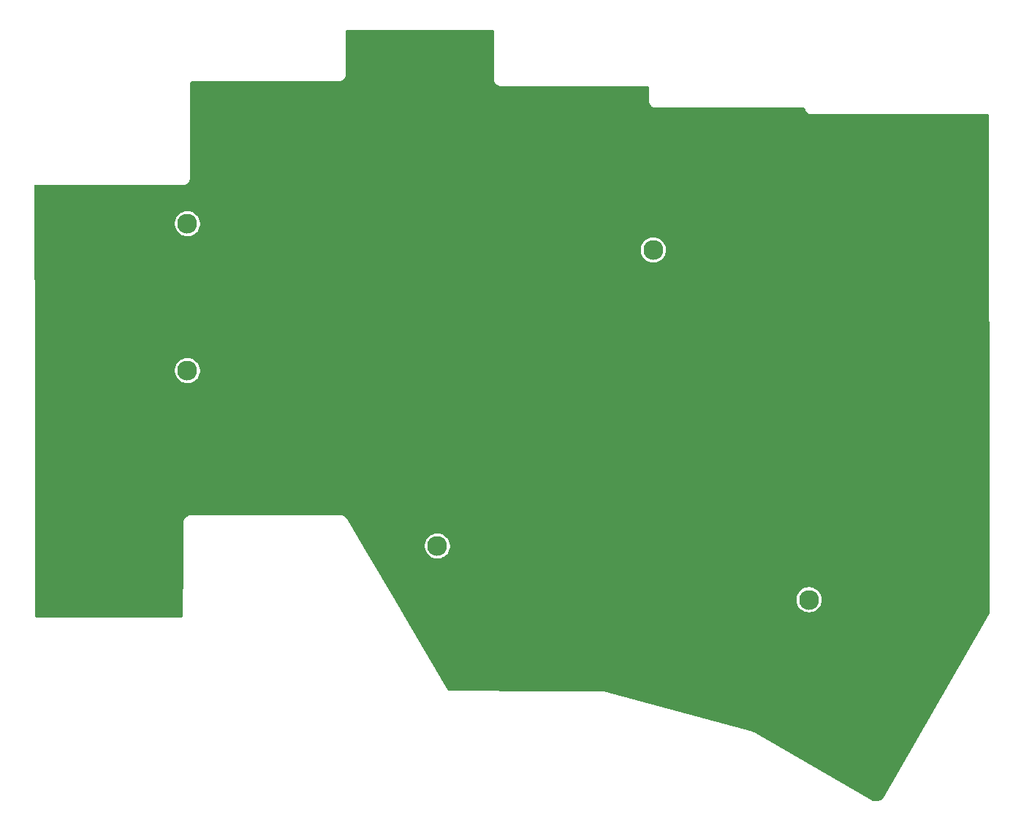
<source format=gtl>
G04 #@! TF.GenerationSoftware,KiCad,Pcbnew,(6.0.10)*
G04 #@! TF.CreationDate,2023-01-07T19:04:59+01:00*
G04 #@! TF.ProjectId,chocofi-bottomplate,63686f63-6f66-4692-9d62-6f74746f6d70,2.1*
G04 #@! TF.SameCoordinates,Original*
G04 #@! TF.FileFunction,Copper,L1,Top*
G04 #@! TF.FilePolarity,Positive*
%FSLAX46Y46*%
G04 Gerber Fmt 4.6, Leading zero omitted, Abs format (unit mm)*
G04 Created by KiCad (PCBNEW (6.0.10)) date 2023-01-07 19:04:59*
%MOMM*%
%LPD*%
G01*
G04 APERTURE LIST*
G04 #@! TA.AperFunction,ComponentPad*
%ADD10C,2.300000*%
G04 #@! TD*
G04 APERTURE END LIST*
D10*
X148971000Y-69850000D03*
X95000000Y-66802000D03*
X95000000Y-83820000D03*
X123952000Y-104140000D03*
X167005000Y-110363000D03*
G04 #@! TA.AperFunction,NonConductor*
G36*
X130294730Y-44338644D02*
G01*
X130299143Y-44339422D01*
X130299146Y-44339422D01*
X130310000Y-44341336D01*
X130319749Y-44339617D01*
X130336977Y-44340973D01*
X130351936Y-44343342D01*
X130389430Y-44355524D01*
X130409484Y-44365742D01*
X130441376Y-44388914D01*
X130457286Y-44404824D01*
X130480458Y-44436716D01*
X130490676Y-44456770D01*
X130502858Y-44494264D01*
X130505227Y-44509223D01*
X130506583Y-44526451D01*
X130504864Y-44536200D01*
X130506778Y-44547055D01*
X130507586Y-44551637D01*
X130509500Y-44573517D01*
X130509500Y-50016083D01*
X130507586Y-50037963D01*
X130504864Y-50053400D01*
X130506593Y-50063203D01*
X130506779Y-50065091D01*
X130506779Y-50065910D01*
X130507065Y-50067993D01*
X130521083Y-50210325D01*
X130522878Y-50216243D01*
X130522879Y-50216247D01*
X130565059Y-50355297D01*
X130566856Y-50361220D01*
X130569773Y-50366678D01*
X130569775Y-50366682D01*
X130611724Y-50445162D01*
X130641188Y-50500286D01*
X130741222Y-50622178D01*
X130863114Y-50722212D01*
X130868577Y-50725132D01*
X130996718Y-50793625D01*
X130996722Y-50793627D01*
X131002180Y-50796544D01*
X131008100Y-50798340D01*
X131008103Y-50798341D01*
X131147151Y-50840520D01*
X131153075Y-50842317D01*
X131241157Y-50850993D01*
X131247429Y-50852062D01*
X131250346Y-50853228D01*
X131256639Y-50853851D01*
X131259722Y-50853854D01*
X131259723Y-50853854D01*
X131260966Y-50853855D01*
X131264189Y-50853858D01*
X131276412Y-50854465D01*
X131295398Y-50856334D01*
X131297488Y-50856621D01*
X131298309Y-50856621D01*
X131300197Y-50856807D01*
X131310000Y-50858536D01*
X131320854Y-50856622D01*
X131320859Y-50856622D01*
X131325241Y-50855849D01*
X131347237Y-50853934D01*
X142995453Y-50864648D01*
X148255805Y-50869486D01*
X148277569Y-50871400D01*
X148282344Y-50872242D01*
X148282346Y-50872242D01*
X148293200Y-50874156D01*
X148302948Y-50872437D01*
X148320176Y-50873793D01*
X148335133Y-50876162D01*
X148372627Y-50888345D01*
X148392676Y-50898561D01*
X148424566Y-50921732D01*
X148440471Y-50937637D01*
X148463644Y-50969531D01*
X148473858Y-50989578D01*
X148486040Y-51027077D01*
X148488428Y-51042161D01*
X148489776Y-51059300D01*
X148488064Y-51069008D01*
X148489977Y-51079860D01*
X148489977Y-51079861D01*
X148490787Y-51084454D01*
X148492700Y-51106329D01*
X148492700Y-52531711D01*
X148490787Y-52553585D01*
X148488064Y-52569032D01*
X148489748Y-52578578D01*
X148489979Y-52580922D01*
X148489979Y-52581615D01*
X148490220Y-52583367D01*
X148504269Y-52725957D01*
X148506066Y-52731881D01*
X148506067Y-52731885D01*
X148513649Y-52756875D01*
X148550047Y-52876850D01*
X148552964Y-52882307D01*
X148621466Y-53010458D01*
X148621469Y-53010462D01*
X148624383Y-53015914D01*
X148628309Y-53020698D01*
X148628310Y-53020699D01*
X148698108Y-53105743D01*
X148724420Y-53137803D01*
X148846313Y-53237835D01*
X148985380Y-53312165D01*
X149067862Y-53337185D01*
X149130353Y-53356142D01*
X149130357Y-53356143D01*
X149136275Y-53357938D01*
X149142438Y-53358545D01*
X149224617Y-53366639D01*
X149230959Y-53367715D01*
X149234068Y-53368952D01*
X149240362Y-53369564D01*
X149243436Y-53369562D01*
X149243445Y-53369562D01*
X149247970Y-53369558D01*
X149260400Y-53370163D01*
X149278625Y-53371958D01*
X149280700Y-53372243D01*
X149281519Y-53372243D01*
X149283398Y-53372428D01*
X149293200Y-53374156D01*
X149308808Y-53371404D01*
X149330583Y-53369490D01*
X151229578Y-53367930D01*
X166323256Y-53355531D01*
X166345235Y-53357445D01*
X166360499Y-53360136D01*
X166369416Y-53358564D01*
X166386895Y-53360063D01*
X166406014Y-53363368D01*
X166446452Y-53377781D01*
X166467704Y-53389768D01*
X166500957Y-53416921D01*
X166516955Y-53435352D01*
X166539158Y-53472082D01*
X166546217Y-53490145D01*
X166551185Y-53506981D01*
X166551427Y-53516035D01*
X166555397Y-53526096D01*
X166555687Y-53527947D01*
X166556293Y-53529719D01*
X166557473Y-53540469D01*
X166562351Y-53550357D01*
X166562513Y-53550911D01*
X166565744Y-53558204D01*
X166610657Y-53672049D01*
X166612783Y-53677437D01*
X166691137Y-53802522D01*
X166791038Y-53911175D01*
X166795672Y-53914651D01*
X166795675Y-53914653D01*
X166850091Y-53955462D01*
X166909120Y-53999732D01*
X167041401Y-54065210D01*
X167183423Y-54105401D01*
X167228253Y-54109534D01*
X167260937Y-54112547D01*
X167268235Y-54113763D01*
X167271170Y-54114932D01*
X167277463Y-54115546D01*
X167286590Y-54115541D01*
X167287559Y-54115541D01*
X167299182Y-54116073D01*
X167310881Y-54117151D01*
X167319024Y-54118242D01*
X167319544Y-54118242D01*
X167330400Y-54120156D01*
X167341255Y-54118242D01*
X167341260Y-54118242D01*
X167345945Y-54117416D01*
X167367759Y-54115502D01*
X177121055Y-54110685D01*
X187582731Y-54105518D01*
X187604669Y-54107433D01*
X187609145Y-54108222D01*
X187620000Y-54110136D01*
X187629749Y-54108417D01*
X187646977Y-54109773D01*
X187661936Y-54112142D01*
X187699430Y-54124324D01*
X187719484Y-54134542D01*
X187751376Y-54157714D01*
X187767286Y-54173624D01*
X187790458Y-54205516D01*
X187800676Y-54225570D01*
X187812858Y-54263064D01*
X187815227Y-54278023D01*
X187816583Y-54295251D01*
X187814864Y-54305000D01*
X187816778Y-54315854D01*
X187816778Y-54315856D01*
X187817646Y-54320778D01*
X187819561Y-54342454D01*
X187896328Y-101472228D01*
X187913314Y-111900220D01*
X187896539Y-111963241D01*
X187256640Y-113075883D01*
X175555525Y-133421494D01*
X175516954Y-133463003D01*
X175411596Y-133534356D01*
X175394438Y-133544109D01*
X175301102Y-133587873D01*
X175218681Y-133626518D01*
X175200205Y-133633473D01*
X175013731Y-133687419D01*
X174994397Y-133691402D01*
X174881295Y-133705588D01*
X174801789Y-133715560D01*
X174782077Y-133716475D01*
X174588054Y-133710252D01*
X174568438Y-133708076D01*
X174418291Y-133679370D01*
X174378943Y-133664726D01*
X174153180Y-133534356D01*
X160650332Y-125736973D01*
X160637504Y-125728480D01*
X160620496Y-125715661D01*
X160620491Y-125715658D01*
X160613391Y-125710307D01*
X160607482Y-125708056D01*
X160571853Y-125698339D01*
X160563037Y-125695584D01*
X160535490Y-125685853D01*
X160535486Y-125685852D01*
X160524521Y-125681979D01*
X160514636Y-125682263D01*
X160506613Y-125680546D01*
X143257347Y-120976201D01*
X143243687Y-120971622D01*
X143222351Y-120963084D01*
X143222352Y-120963084D01*
X143214095Y-120959780D01*
X143207803Y-120959156D01*
X143191929Y-120959139D01*
X143172464Y-120959118D01*
X143162277Y-120958695D01*
X143123268Y-120955484D01*
X143112893Y-120958537D01*
X143102835Y-120959045D01*
X136881724Y-120952471D01*
X125411803Y-120940351D01*
X125390059Y-120938436D01*
X125385256Y-120937589D01*
X125385255Y-120937589D01*
X125374400Y-120935675D01*
X125363545Y-120937589D01*
X125359348Y-120937589D01*
X125344288Y-120936686D01*
X125332616Y-120935281D01*
X125303356Y-120928131D01*
X125291708Y-120923754D01*
X125234976Y-120881069D01*
X125227592Y-120869974D01*
X120615803Y-113076500D01*
X119070168Y-110464529D01*
X165553074Y-110464529D01*
X165589153Y-110700302D01*
X165663255Y-110927018D01*
X165773390Y-111138586D01*
X165776493Y-111142719D01*
X165776495Y-111142722D01*
X165913497Y-111325190D01*
X165916602Y-111329325D01*
X166089042Y-111494113D01*
X166286082Y-111628525D01*
X166394255Y-111678737D01*
X166497733Y-111726770D01*
X166497736Y-111726771D01*
X166502428Y-111728949D01*
X166732272Y-111792691D01*
X166737409Y-111793240D01*
X166923651Y-111813144D01*
X166923659Y-111813144D01*
X166926986Y-111813500D01*
X167065463Y-111813500D01*
X167068036Y-111813288D01*
X167068047Y-111813288D01*
X167237565Y-111799351D01*
X167237571Y-111799350D01*
X167242716Y-111798927D01*
X167358382Y-111769874D01*
X167469037Y-111742080D01*
X167469041Y-111742079D01*
X167474048Y-111740821D01*
X167478781Y-111738763D01*
X167478784Y-111738762D01*
X167688047Y-111647772D01*
X167688050Y-111647770D01*
X167692784Y-111645712D01*
X167893049Y-111516155D01*
X167914070Y-111497028D01*
X168065642Y-111359107D01*
X168065643Y-111359105D01*
X168069464Y-111355629D01*
X168072663Y-111351578D01*
X168072667Y-111351574D01*
X168214091Y-111172500D01*
X168214093Y-111172496D01*
X168217293Y-111168445D01*
X168332564Y-110959631D01*
X168345855Y-110922100D01*
X168410459Y-110739663D01*
X168410460Y-110739661D01*
X168412183Y-110734794D01*
X168454012Y-110499972D01*
X168456926Y-110261471D01*
X168420847Y-110025698D01*
X168346745Y-109798982D01*
X168236610Y-109587414D01*
X168211147Y-109553500D01*
X168096503Y-109400810D01*
X168096501Y-109400808D01*
X168093398Y-109396675D01*
X167920958Y-109231887D01*
X167723918Y-109097475D01*
X167615745Y-109047263D01*
X167512267Y-108999230D01*
X167512264Y-108999229D01*
X167507572Y-108997051D01*
X167277728Y-108933309D01*
X167272591Y-108932760D01*
X167086349Y-108912856D01*
X167086341Y-108912856D01*
X167083014Y-108912500D01*
X166944537Y-108912500D01*
X166941964Y-108912712D01*
X166941953Y-108912712D01*
X166772435Y-108926649D01*
X166772429Y-108926650D01*
X166767284Y-108927073D01*
X166651618Y-108956126D01*
X166540963Y-108983920D01*
X166540959Y-108983921D01*
X166535952Y-108985179D01*
X166531219Y-108987237D01*
X166531216Y-108987238D01*
X166321953Y-109078228D01*
X166321950Y-109078230D01*
X166317216Y-109080288D01*
X166116951Y-109209845D01*
X166113128Y-109213324D01*
X166113125Y-109213326D01*
X165944358Y-109366893D01*
X165940536Y-109370371D01*
X165937337Y-109374422D01*
X165937333Y-109374426D01*
X165795909Y-109553500D01*
X165792707Y-109557555D01*
X165677436Y-109766369D01*
X165675712Y-109771238D01*
X165675710Y-109771242D01*
X165599541Y-109986337D01*
X165597817Y-109991206D01*
X165555988Y-110226028D01*
X165553074Y-110464529D01*
X119070168Y-110464529D01*
X116141734Y-105515762D01*
X115387707Y-104241529D01*
X122500074Y-104241529D01*
X122536153Y-104477302D01*
X122610255Y-104704018D01*
X122720390Y-104915586D01*
X122723493Y-104919719D01*
X122723495Y-104919722D01*
X122860497Y-105102190D01*
X122863602Y-105106325D01*
X123036042Y-105271113D01*
X123233082Y-105405525D01*
X123341255Y-105455737D01*
X123444733Y-105503770D01*
X123444736Y-105503771D01*
X123449428Y-105505949D01*
X123679272Y-105569691D01*
X123684409Y-105570240D01*
X123870651Y-105590144D01*
X123870659Y-105590144D01*
X123873986Y-105590500D01*
X124012463Y-105590500D01*
X124015036Y-105590288D01*
X124015047Y-105590288D01*
X124184565Y-105576351D01*
X124184571Y-105576350D01*
X124189716Y-105575927D01*
X124305382Y-105546874D01*
X124416037Y-105519080D01*
X124416041Y-105519079D01*
X124421048Y-105517821D01*
X124425781Y-105515763D01*
X124425784Y-105515762D01*
X124635047Y-105424772D01*
X124635050Y-105424770D01*
X124639784Y-105422712D01*
X124840049Y-105293155D01*
X124861070Y-105274028D01*
X125012642Y-105136107D01*
X125012643Y-105136105D01*
X125016464Y-105132629D01*
X125019663Y-105128578D01*
X125019667Y-105128574D01*
X125161091Y-104949500D01*
X125161093Y-104949496D01*
X125164293Y-104945445D01*
X125279564Y-104736631D01*
X125292855Y-104699100D01*
X125357459Y-104516663D01*
X125357460Y-104516661D01*
X125359183Y-104511794D01*
X125401012Y-104276972D01*
X125403926Y-104038471D01*
X125367847Y-103802698D01*
X125293745Y-103575982D01*
X125183610Y-103364414D01*
X125158147Y-103330500D01*
X125043503Y-103177810D01*
X125043501Y-103177808D01*
X125040398Y-103173675D01*
X124867958Y-103008887D01*
X124670918Y-102874475D01*
X124562745Y-102824263D01*
X124459267Y-102776230D01*
X124459264Y-102776229D01*
X124454572Y-102774051D01*
X124224728Y-102710309D01*
X124219591Y-102709760D01*
X124033349Y-102689856D01*
X124033341Y-102689856D01*
X124030014Y-102689500D01*
X123891537Y-102689500D01*
X123888964Y-102689712D01*
X123888953Y-102689712D01*
X123719435Y-102703649D01*
X123719429Y-102703650D01*
X123714284Y-102704073D01*
X123598618Y-102733126D01*
X123487963Y-102760920D01*
X123487959Y-102760921D01*
X123482952Y-102762179D01*
X123478219Y-102764237D01*
X123478216Y-102764238D01*
X123268953Y-102855228D01*
X123268950Y-102855230D01*
X123264216Y-102857288D01*
X123063951Y-102986845D01*
X123060128Y-102990324D01*
X123060125Y-102990326D01*
X122891358Y-103143893D01*
X122887536Y-103147371D01*
X122884337Y-103151422D01*
X122884333Y-103151426D01*
X122742909Y-103330500D01*
X122739707Y-103334555D01*
X122624436Y-103543369D01*
X122622712Y-103548238D01*
X122622710Y-103548242D01*
X122546541Y-103763337D01*
X122544817Y-103768206D01*
X122502988Y-104003028D01*
X122500074Y-104241529D01*
X115387707Y-104241529D01*
X113578078Y-101183433D01*
X113574878Y-101177293D01*
X113572643Y-101168617D01*
X113566412Y-101159531D01*
X113565622Y-101157793D01*
X113563233Y-101153938D01*
X113491404Y-101025029D01*
X113488899Y-101020533D01*
X113383072Y-100887450D01*
X113256999Y-100773362D01*
X113114041Y-100681310D01*
X112958009Y-100613747D01*
X112811791Y-100577162D01*
X112798059Y-100573726D01*
X112798058Y-100573726D01*
X112793063Y-100572476D01*
X112787931Y-100572056D01*
X112787927Y-100572055D01*
X112748254Y-100568806D01*
X112689158Y-100563965D01*
X112683809Y-100563101D01*
X112682978Y-100562769D01*
X112676685Y-100562152D01*
X112672172Y-100562152D01*
X112661888Y-100561731D01*
X112640865Y-100560009D01*
X112636369Y-100559430D01*
X112634455Y-100559430D01*
X112623600Y-100557516D01*
X112612745Y-100559430D01*
X112608163Y-100560238D01*
X112586283Y-100562152D01*
X95490517Y-100562152D01*
X95468637Y-100560238D01*
X95467338Y-100560009D01*
X95453200Y-100557516D01*
X95449603Y-100558150D01*
X95437141Y-100559377D01*
X95437140Y-100559377D01*
X95362443Y-100566734D01*
X95274798Y-100575366D01*
X95164693Y-100608764D01*
X95141526Y-100615792D01*
X95103251Y-100627402D01*
X94945151Y-100711903D01*
X94806573Y-100825623D01*
X94692843Y-100964191D01*
X94689929Y-100969642D01*
X94689927Y-100969645D01*
X94660320Y-101025029D01*
X94608329Y-101122285D01*
X94556280Y-101293827D01*
X94546161Y-101396502D01*
X94545203Y-101406218D01*
X94544551Y-101409988D01*
X94544047Y-101411232D01*
X94543395Y-101417522D01*
X94543378Y-101420602D01*
X94543210Y-101423683D01*
X94543150Y-101423680D01*
X94542782Y-101430776D01*
X94538990Y-101469248D01*
X94538464Y-101472228D01*
X94540984Y-101486522D01*
X94542894Y-101509077D01*
X94508808Y-107730238D01*
X94492618Y-110685064D01*
X94492520Y-110688677D01*
X94492300Y-110690915D01*
X94492300Y-110742781D01*
X94492298Y-110743471D01*
X94492151Y-110770301D01*
X94492290Y-110771070D01*
X94492300Y-110771304D01*
X94492300Y-112078283D01*
X94490386Y-112100163D01*
X94487664Y-112115600D01*
X94489578Y-112126456D01*
X94489578Y-112128018D01*
X94488500Y-112144464D01*
X94482202Y-112192302D01*
X94473689Y-112224075D01*
X94450431Y-112280224D01*
X94433984Y-112308709D01*
X94396985Y-112356927D01*
X94373727Y-112380185D01*
X94325509Y-112417184D01*
X94297024Y-112433631D01*
X94268950Y-112445260D01*
X94240874Y-112456889D01*
X94209102Y-112465402D01*
X94183898Y-112468720D01*
X94161262Y-112471700D01*
X94144818Y-112472778D01*
X94143256Y-112472778D01*
X94132400Y-112470864D01*
X94117349Y-112473518D01*
X94116963Y-112473586D01*
X94095083Y-112475500D01*
X77710517Y-112475500D01*
X77688637Y-112473586D01*
X77688252Y-112473518D01*
X77673200Y-112470864D01*
X77662344Y-112472778D01*
X77660782Y-112472778D01*
X77644338Y-112471700D01*
X77621702Y-112468720D01*
X77596498Y-112465402D01*
X77564726Y-112456889D01*
X77536650Y-112445260D01*
X77508576Y-112433631D01*
X77480091Y-112417184D01*
X77431873Y-112380185D01*
X77408615Y-112356927D01*
X77371616Y-112308709D01*
X77355169Y-112280224D01*
X77331911Y-112224075D01*
X77323398Y-112192302D01*
X77317100Y-112144464D01*
X77316022Y-112128018D01*
X77316022Y-112126456D01*
X77317936Y-112115600D01*
X77315214Y-112100163D01*
X77313300Y-112078283D01*
X77313300Y-83921529D01*
X93548074Y-83921529D01*
X93584153Y-84157302D01*
X93658255Y-84384018D01*
X93768390Y-84595586D01*
X93771493Y-84599719D01*
X93771495Y-84599722D01*
X93908497Y-84782190D01*
X93911602Y-84786325D01*
X94084042Y-84951113D01*
X94281082Y-85085525D01*
X94389255Y-85135737D01*
X94492733Y-85183770D01*
X94492736Y-85183771D01*
X94497428Y-85185949D01*
X94727272Y-85249691D01*
X94732409Y-85250240D01*
X94918651Y-85270144D01*
X94918659Y-85270144D01*
X94921986Y-85270500D01*
X95060463Y-85270500D01*
X95063036Y-85270288D01*
X95063047Y-85270288D01*
X95232565Y-85256351D01*
X95232571Y-85256350D01*
X95237716Y-85255927D01*
X95353382Y-85226874D01*
X95464037Y-85199080D01*
X95464041Y-85199079D01*
X95469048Y-85197821D01*
X95473781Y-85195763D01*
X95473784Y-85195762D01*
X95683047Y-85104772D01*
X95683050Y-85104770D01*
X95687784Y-85102712D01*
X95888049Y-84973155D01*
X95909070Y-84954028D01*
X96060642Y-84816107D01*
X96060643Y-84816105D01*
X96064464Y-84812629D01*
X96067663Y-84808578D01*
X96067667Y-84808574D01*
X96209091Y-84629500D01*
X96209093Y-84629496D01*
X96212293Y-84625445D01*
X96327564Y-84416631D01*
X96340855Y-84379100D01*
X96405459Y-84196663D01*
X96405460Y-84196661D01*
X96407183Y-84191794D01*
X96449012Y-83956972D01*
X96451926Y-83718471D01*
X96415847Y-83482698D01*
X96341745Y-83255982D01*
X96231610Y-83044414D01*
X96206147Y-83010500D01*
X96091503Y-82857810D01*
X96091501Y-82857808D01*
X96088398Y-82853675D01*
X95915958Y-82688887D01*
X95718918Y-82554475D01*
X95610745Y-82504263D01*
X95507267Y-82456230D01*
X95507264Y-82456229D01*
X95502572Y-82454051D01*
X95272728Y-82390309D01*
X95267591Y-82389760D01*
X95081349Y-82369856D01*
X95081341Y-82369856D01*
X95078014Y-82369500D01*
X94939537Y-82369500D01*
X94936964Y-82369712D01*
X94936953Y-82369712D01*
X94767435Y-82383649D01*
X94767429Y-82383650D01*
X94762284Y-82384073D01*
X94646618Y-82413126D01*
X94535963Y-82440920D01*
X94535959Y-82440921D01*
X94530952Y-82442179D01*
X94526219Y-82444237D01*
X94526216Y-82444238D01*
X94316953Y-82535228D01*
X94316950Y-82535230D01*
X94312216Y-82537288D01*
X94111951Y-82666845D01*
X94108128Y-82670324D01*
X94108125Y-82670326D01*
X93939358Y-82823893D01*
X93935536Y-82827371D01*
X93932337Y-82831422D01*
X93932333Y-82831426D01*
X93790909Y-83010500D01*
X93787707Y-83014555D01*
X93672436Y-83223369D01*
X93670712Y-83228238D01*
X93670710Y-83228242D01*
X93594541Y-83443337D01*
X93592817Y-83448206D01*
X93550988Y-83683028D01*
X93548074Y-83921529D01*
X77313300Y-83921529D01*
X77313300Y-76763669D01*
X77313350Y-76761466D01*
X77313487Y-76760015D01*
X77313300Y-76707468D01*
X77313300Y-76680052D01*
X77313208Y-76679556D01*
X77313201Y-76679408D01*
X77289258Y-69951529D01*
X147519074Y-69951529D01*
X147555153Y-70187302D01*
X147629255Y-70414018D01*
X147739390Y-70625586D01*
X147742493Y-70629719D01*
X147742495Y-70629722D01*
X147879497Y-70812190D01*
X147882602Y-70816325D01*
X148055042Y-70981113D01*
X148252082Y-71115525D01*
X148360255Y-71165737D01*
X148463733Y-71213770D01*
X148463736Y-71213771D01*
X148468428Y-71215949D01*
X148698272Y-71279691D01*
X148703409Y-71280240D01*
X148889651Y-71300144D01*
X148889659Y-71300144D01*
X148892986Y-71300500D01*
X149031463Y-71300500D01*
X149034036Y-71300288D01*
X149034047Y-71300288D01*
X149203565Y-71286351D01*
X149203571Y-71286350D01*
X149208716Y-71285927D01*
X149324382Y-71256874D01*
X149435037Y-71229080D01*
X149435041Y-71229079D01*
X149440048Y-71227821D01*
X149444781Y-71225763D01*
X149444784Y-71225762D01*
X149654047Y-71134772D01*
X149654050Y-71134770D01*
X149658784Y-71132712D01*
X149859049Y-71003155D01*
X149880070Y-70984028D01*
X150031642Y-70846107D01*
X150031643Y-70846105D01*
X150035464Y-70842629D01*
X150038663Y-70838578D01*
X150038667Y-70838574D01*
X150180091Y-70659500D01*
X150180093Y-70659496D01*
X150183293Y-70655445D01*
X150298564Y-70446631D01*
X150311855Y-70409100D01*
X150376459Y-70226663D01*
X150376460Y-70226661D01*
X150378183Y-70221794D01*
X150420012Y-69986972D01*
X150422926Y-69748471D01*
X150386847Y-69512698D01*
X150312745Y-69285982D01*
X150202610Y-69074414D01*
X150177147Y-69040500D01*
X150062503Y-68887810D01*
X150062501Y-68887808D01*
X150059398Y-68883675D01*
X149886958Y-68718887D01*
X149689918Y-68584475D01*
X149581745Y-68534263D01*
X149478267Y-68486230D01*
X149478264Y-68486229D01*
X149473572Y-68484051D01*
X149243728Y-68420309D01*
X149238591Y-68419760D01*
X149052349Y-68399856D01*
X149052341Y-68399856D01*
X149049014Y-68399500D01*
X148910537Y-68399500D01*
X148907964Y-68399712D01*
X148907953Y-68399712D01*
X148738435Y-68413649D01*
X148738429Y-68413650D01*
X148733284Y-68414073D01*
X148617618Y-68443126D01*
X148506963Y-68470920D01*
X148506959Y-68470921D01*
X148501952Y-68472179D01*
X148497219Y-68474237D01*
X148497216Y-68474238D01*
X148287953Y-68565228D01*
X148287950Y-68565230D01*
X148283216Y-68567288D01*
X148082951Y-68696845D01*
X148079128Y-68700324D01*
X148079125Y-68700326D01*
X147910358Y-68853893D01*
X147906536Y-68857371D01*
X147903337Y-68861422D01*
X147903333Y-68861426D01*
X147761909Y-69040500D01*
X147758707Y-69044555D01*
X147643436Y-69253369D01*
X147641712Y-69258238D01*
X147641710Y-69258242D01*
X147565541Y-69473337D01*
X147563817Y-69478206D01*
X147521988Y-69713028D01*
X147519074Y-69951529D01*
X77289258Y-69951529D01*
X77278411Y-66903529D01*
X93548074Y-66903529D01*
X93584153Y-67139302D01*
X93658255Y-67366018D01*
X93768390Y-67577586D01*
X93771493Y-67581719D01*
X93771495Y-67581722D01*
X93908497Y-67764190D01*
X93911602Y-67768325D01*
X94084042Y-67933113D01*
X94281082Y-68067525D01*
X94389255Y-68117737D01*
X94492733Y-68165770D01*
X94492736Y-68165771D01*
X94497428Y-68167949D01*
X94727272Y-68231691D01*
X94732409Y-68232240D01*
X94918651Y-68252144D01*
X94918659Y-68252144D01*
X94921986Y-68252500D01*
X95060463Y-68252500D01*
X95063036Y-68252288D01*
X95063047Y-68252288D01*
X95232565Y-68238351D01*
X95232571Y-68238350D01*
X95237716Y-68237927D01*
X95353382Y-68208874D01*
X95464037Y-68181080D01*
X95464041Y-68181079D01*
X95469048Y-68179821D01*
X95473781Y-68177763D01*
X95473784Y-68177762D01*
X95683047Y-68086772D01*
X95683050Y-68086770D01*
X95687784Y-68084712D01*
X95888049Y-67955155D01*
X95909070Y-67936028D01*
X96060642Y-67798107D01*
X96060643Y-67798105D01*
X96064464Y-67794629D01*
X96067663Y-67790578D01*
X96067667Y-67790574D01*
X96209091Y-67611500D01*
X96209093Y-67611496D01*
X96212293Y-67607445D01*
X96327564Y-67398631D01*
X96340855Y-67361100D01*
X96405459Y-67178663D01*
X96405460Y-67178661D01*
X96407183Y-67173794D01*
X96449012Y-66938972D01*
X96451926Y-66700471D01*
X96415847Y-66464698D01*
X96341745Y-66237982D01*
X96231610Y-66026414D01*
X96206147Y-65992500D01*
X96091503Y-65839810D01*
X96091501Y-65839808D01*
X96088398Y-65835675D01*
X95915958Y-65670887D01*
X95718918Y-65536475D01*
X95610745Y-65486263D01*
X95507267Y-65438230D01*
X95507264Y-65438229D01*
X95502572Y-65436051D01*
X95272728Y-65372309D01*
X95267591Y-65371760D01*
X95081349Y-65351856D01*
X95081341Y-65351856D01*
X95078014Y-65351500D01*
X94939537Y-65351500D01*
X94936964Y-65351712D01*
X94936953Y-65351712D01*
X94767435Y-65365649D01*
X94767429Y-65365650D01*
X94762284Y-65366073D01*
X94646618Y-65395126D01*
X94535963Y-65422920D01*
X94535959Y-65422921D01*
X94530952Y-65424179D01*
X94526219Y-65426237D01*
X94526216Y-65426238D01*
X94316953Y-65517228D01*
X94316950Y-65517230D01*
X94312216Y-65519288D01*
X94111951Y-65648845D01*
X94108128Y-65652324D01*
X94108125Y-65652326D01*
X93939358Y-65805893D01*
X93935536Y-65809371D01*
X93932337Y-65813422D01*
X93932333Y-65813426D01*
X93790909Y-65992500D01*
X93787707Y-65996555D01*
X93672436Y-66205369D01*
X93670712Y-66210238D01*
X93670710Y-66210242D01*
X93594541Y-66425337D01*
X93592817Y-66430206D01*
X93550988Y-66665028D01*
X93548074Y-66903529D01*
X77278411Y-66903529D01*
X77262634Y-62470211D01*
X77264547Y-62447883D01*
X77264554Y-62447843D01*
X77267136Y-62433200D01*
X77265828Y-62425778D01*
X77267642Y-62407352D01*
X77268127Y-62404913D01*
X77269537Y-62397823D01*
X77288349Y-62352399D01*
X77294471Y-62343237D01*
X77329237Y-62308471D01*
X77338400Y-62302349D01*
X77383823Y-62283537D01*
X77390913Y-62282127D01*
X77393352Y-62281642D01*
X77411778Y-62279828D01*
X77419200Y-62281136D01*
X77434076Y-62278513D01*
X77456286Y-62276598D01*
X84965876Y-62296298D01*
X94477930Y-62321250D01*
X94499461Y-62323161D01*
X94515476Y-62325983D01*
X94525264Y-62324256D01*
X94527180Y-62324067D01*
X94527990Y-62324067D01*
X94530052Y-62323784D01*
X94536372Y-62323161D01*
X94672390Y-62309753D01*
X94823274Y-62263974D01*
X94828731Y-62261057D01*
X94956868Y-62192560D01*
X94956870Y-62192559D01*
X94962328Y-62189641D01*
X95084212Y-62089612D01*
X95184241Y-61967728D01*
X95258574Y-61828674D01*
X95304353Y-61677790D01*
X95313049Y-61589579D01*
X95314121Y-61583278D01*
X95315321Y-61580271D01*
X95315939Y-61573978D01*
X95315940Y-61566418D01*
X95316548Y-61554076D01*
X95318384Y-61535452D01*
X95318667Y-61533390D01*
X95318667Y-61532580D01*
X95318856Y-61530664D01*
X95320583Y-61520876D01*
X95318670Y-61510021D01*
X95318670Y-61510015D01*
X95317865Y-61505448D01*
X95315953Y-61483564D01*
X95317044Y-54297732D01*
X95317614Y-50544138D01*
X95319528Y-50522284D01*
X95320342Y-50517666D01*
X95322256Y-50506808D01*
X95320537Y-50497060D01*
X95321892Y-50479828D01*
X95324261Y-50464870D01*
X95336441Y-50427381D01*
X95346657Y-50407330D01*
X95369829Y-50375437D01*
X95385737Y-50359529D01*
X95417630Y-50336357D01*
X95437683Y-50326140D01*
X95475170Y-50313961D01*
X95490131Y-50311592D01*
X95507360Y-50310237D01*
X95517108Y-50311956D01*
X95532555Y-50309233D01*
X95554429Y-50307320D01*
X112509811Y-50307320D01*
X112531685Y-50309233D01*
X112547132Y-50311956D01*
X112556934Y-50310227D01*
X112558821Y-50310041D01*
X112559640Y-50310041D01*
X112561712Y-50309756D01*
X112704053Y-50295732D01*
X112740660Y-50284627D01*
X112849021Y-50251753D01*
X112849025Y-50251751D01*
X112854943Y-50249956D01*
X112860398Y-50247040D01*
X112860403Y-50247038D01*
X112988540Y-50178544D01*
X112994003Y-50175624D01*
X113115892Y-50075592D01*
X113215924Y-49953703D01*
X113277771Y-49838000D01*
X113287338Y-49820103D01*
X113287340Y-49820098D01*
X113290256Y-49814643D01*
X113336032Y-49663753D01*
X113344774Y-49575016D01*
X113345859Y-49568571D01*
X113347206Y-49565162D01*
X113347802Y-49558867D01*
X113347775Y-49551202D01*
X113348382Y-49538404D01*
X113350057Y-49521412D01*
X113350341Y-49519345D01*
X113350341Y-49518521D01*
X113350527Y-49516634D01*
X113352256Y-49506832D01*
X113350342Y-49495972D01*
X113349405Y-49490655D01*
X113347493Y-49469218D01*
X113330630Y-44586596D01*
X113332545Y-44564271D01*
X113333221Y-44560438D01*
X113333221Y-44560436D01*
X113335136Y-44549582D01*
X113333418Y-44539834D01*
X113334776Y-44522602D01*
X113337146Y-44507646D01*
X113349330Y-44470158D01*
X113359548Y-44450107D01*
X113382718Y-44418220D01*
X113398635Y-44402304D01*
X113430521Y-44379139D01*
X113450574Y-44368922D01*
X113488057Y-44356743D01*
X113501022Y-44354689D01*
X113503315Y-44354326D01*
X113520342Y-44352986D01*
X113530000Y-44354689D01*
X113540855Y-44352775D01*
X113540859Y-44352775D01*
X113545603Y-44351938D01*
X113567382Y-44350023D01*
X123427034Y-44342177D01*
X130272752Y-44336730D01*
X130294730Y-44338644D01*
G37*
G04 #@! TD.AperFunction*
M02*

</source>
